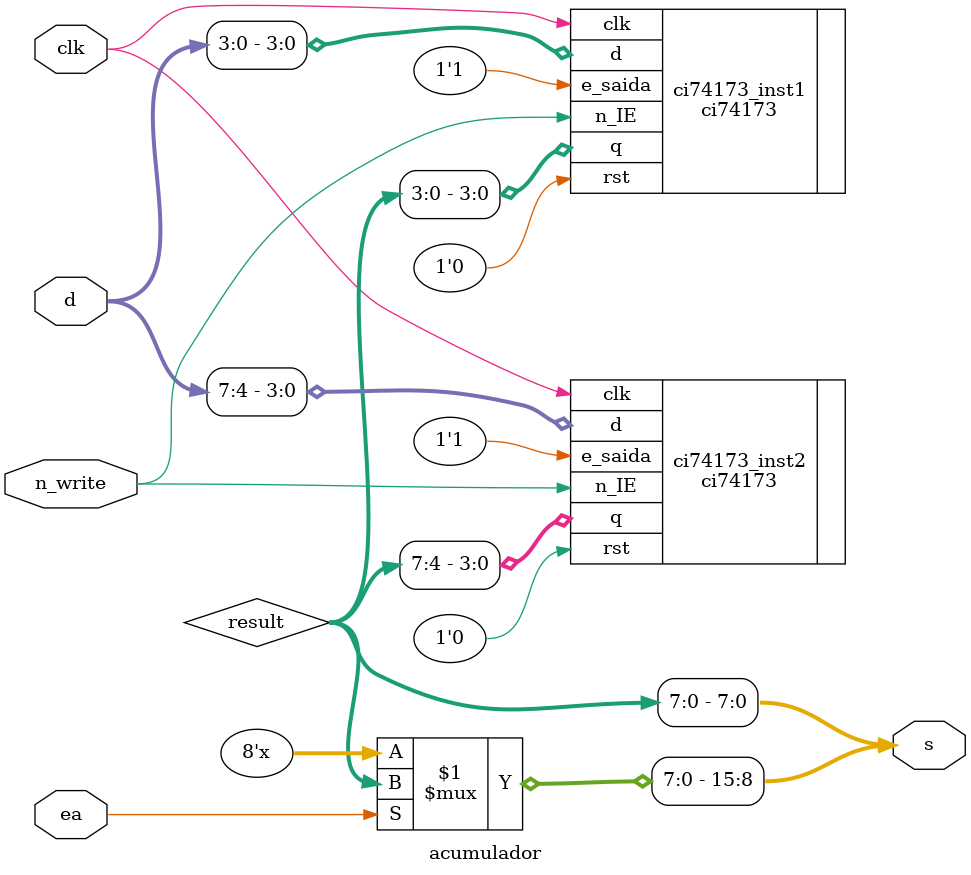
<source format=v>
module acumulador (
  input [7:0] d,
  input clk,
  input ea,
  input n_write,
  output [15:0] s
);
  wire [7:0] result;
  ci74173 ci74173_inst1 (
    .d(d[3:0]),
    .clk(clk),
    .rst(1'b0),
    .n_IE(n_write),
    .e_saida(1'b1),
    .q(result[3:0])
  );

  ci74173 ci74173_inst2 (
    .d(d[7:4]),
    .clk(clk),
    .rst(1'b0),
    .n_IE(n_write),
    .e_saida(1'b1),
    .q(result[7:4])
  );

  assign s = {ea ? result : 8'bZ, result};
endmodule 

</source>
